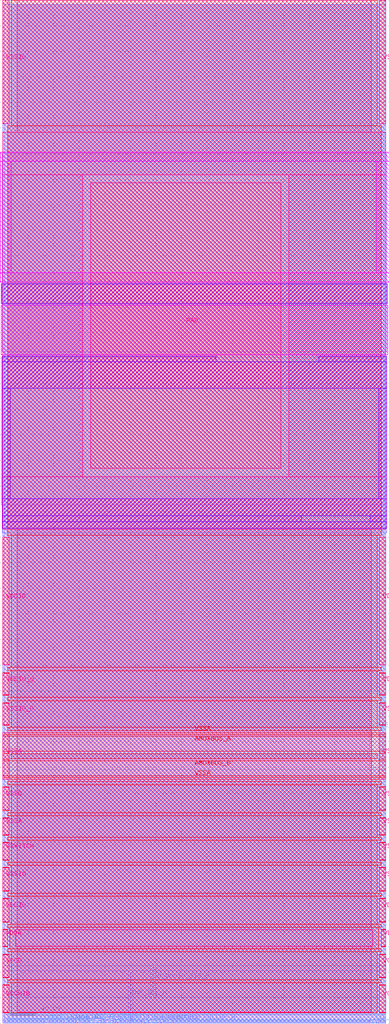
<source format=lef>
VERSION 5.7 ;
  NOWIREEXTENSIONATPIN ON ;
  DIVIDERCHAR "/" ;
  BUSBITCHARS "[]" ;
MACRO sky130_fd_io__top_xres4v2
  CLASS PAD ;
  FOREIGN sky130_fd_io__top_xres4v2 ;
  ORIGIN 0.000 0.000 ;
  SIZE 75.000 BY 200.000 ;
  SYMMETRY R90 ;
  PIN PAD_A_ESD_H
    DIRECTION INOUT ;
    USE SIGNAL ;
    PORT
      LAYER met3 ;
        RECT 17.245 0.000 18.910 0.565 ;
    END
    PORT
      LAYER met2 ;
        RECT 17.245 0.000 18.910 0.565 ;
    END
  END PAD_A_ESD_H
  PIN XRES_H_N
    DIRECTION OUTPUT ;
    USE SIGNAL ;
    PORT
      LAYER met3 ;
        RECT 28.935 0.000 29.665 0.330 ;
    END
    PORT
      LAYER met2 ;
        RECT 28.935 0.000 29.665 0.330 ;
    END
  END XRES_H_N
  PIN FILT_IN_H
    DIRECTION INPUT ;
    USE SIGNAL ;
    PORT
      LAYER met3 ;
        RECT 20.075 0.000 21.225 1.410 ;
    END
    PORT
      LAYER met2 ;
        RECT 20.075 0.000 21.225 1.410 ;
    END
  END FILT_IN_H
  PIN ENABLE_VDDIO
    DIRECTION INPUT ;
    USE SIGNAL ;
    PORT
      LAYER met3 ;
        RECT 8.400 0.000 8.920 0.330 ;
    END
    PORT
      LAYER met2 ;
        RECT 8.425 0.000 8.895 0.330 ;
    END
  END ENABLE_VDDIO
  PIN TIE_WEAK_HI_H
    DIRECTION INOUT ;
    USE SIGNAL ;
    PORT
      LAYER met3 ;
        RECT 72.190 0.000 73.260 0.330 ;
    END
    PORT
      LAYER met2 ;
        RECT 72.215 0.000 73.235 0.330 ;
    END
    PORT
      LAYER met3 ;
        RECT 72.190 49.985 73.925 64.465 ;
    END
  END TIE_WEAK_HI_H
  PIN ENABLE_H
    DIRECTION INPUT ;
    USE SIGNAL ;
    PORT
      LAYER met2 ;
        RECT 12.285 0.000 12.545 0.330 ;
    END
    PORT
      LAYER met1 ;
        RECT 12.285 0.000 12.545 0.330 ;
    END
  END ENABLE_H
  PIN PULLUP_H
    DIRECTION INOUT ;
    USE SIGNAL ;
    PORT
      LAYER met2 ;
        RECT 14.555 0.000 15.135 0.330 ;
    END
    PORT
      LAYER met1 ;
        RECT 14.555 0.000 15.135 0.330 ;
    END
  END PULLUP_H
  PIN EN_VDDIO_SIG_H
    DIRECTION INPUT ;
    USE SIGNAL ;
    PORT
      LAYER met2 ;
        RECT 22.360 0.000 22.660 0.330 ;
    END
    PORT
      LAYER met1 ;
        RECT 22.360 0.000 22.660 0.330 ;
    END
    PORT
      LAYER met2 ;
        RECT 29.320 5.360 29.580 10.980 ;
    END
  END EN_VDDIO_SIG_H
  PIN TIE_LO_ESD
    DIRECTION OUTPUT ;
    USE SIGNAL ;
    PORT
      LAYER met2 ;
        RECT 27.580 0.000 28.230 0.330 ;
    END
    PORT
      LAYER met1 ;
        RECT 27.580 0.000 28.230 0.330 ;
    END
  END TIE_LO_ESD
  PIN TIE_HI_ESD
    DIRECTION OUTPUT ;
    USE SIGNAL ;
    PORT
      LAYER met2 ;
        RECT 30.505 0.000 31.155 0.330 ;
    END
    PORT
      LAYER met1 ;
        RECT 30.505 0.000 31.155 0.330 ;
    END
  END TIE_HI_ESD
  PIN DISABLE_PULLUP_H
    DIRECTION INPUT ;
    USE SIGNAL ;
    PORT
      LAYER met2 ;
        RECT 32.760 0.000 33.020 0.330 ;
    END
    PORT
      LAYER met1 ;
        RECT 32.760 0.000 33.020 0.330 ;
    END
  END DISABLE_PULLUP_H
  PIN INP_SEL_H
    DIRECTION INPUT ;
    USE SIGNAL ;
    PORT
      LAYER met1 ;
        RECT 24.905 0.000 25.135 9.975 ;
    END
  END INP_SEL_H
  PIN VSSIO
    DIRECTION INOUT ;
    USE GROUND ;
    PORT
      LAYER met4 ;
        RECT 0.000 175.785 1.270 200.000 ;
    END
    PORT
      LAYER met4 ;
        RECT 73.730 25.835 75.000 30.485 ;
    END
    PORT
      LAYER met4 ;
        RECT 73.730 175.785 75.000 200.000 ;
    END
    PORT
      LAYER met4 ;
        RECT 0.000 25.835 1.270 30.485 ;
    END
    PORT
      LAYER met5 ;
        RECT 0.000 175.785 1.270 200.000 ;
    END
    PORT
      LAYER met5 ;
        RECT 73.730 25.935 75.000 30.385 ;
    END
    PORT
      LAYER met5 ;
        RECT 73.730 175.785 75.000 200.000 ;
    END
    PORT
      LAYER met5 ;
        RECT 0.000 25.935 1.270 30.385 ;
    END
  END VSSIO
  PIN VSSA
    DIRECTION INOUT ;
    USE GROUND ;
    PORT
      LAYER met4 ;
        RECT 73.730 36.735 75.000 40.185 ;
    END
    PORT
      LAYER met4 ;
        RECT 0.000 56.405 75.000 56.735 ;
    END
    PORT
      LAYER met4 ;
        RECT 0.000 47.735 75.000 48.065 ;
    END
    PORT
      LAYER met4 ;
        RECT 73.730 51.645 75.000 52.825 ;
    END
    PORT
      LAYER met4 ;
        RECT 0.000 36.735 1.270 40.185 ;
    END
    PORT
      LAYER met4 ;
        RECT 0.000 51.645 1.270 52.825 ;
    END
    PORT
      LAYER met5 ;
        RECT 73.730 47.735 75.000 56.735 ;
    END
    PORT
      LAYER met5 ;
        RECT 73.730 36.840 75.000 40.085 ;
    END
    PORT
      LAYER met5 ;
        RECT 0.000 36.840 1.270 40.085 ;
    END
    PORT
      LAYER met5 ;
        RECT 0.000 47.735 1.270 56.735 ;
    END
  END VSSA
  PIN VSSD
    DIRECTION INOUT ;
    USE GROUND ;
    PORT
      LAYER met4 ;
        RECT 73.730 41.585 75.000 46.235 ;
    END
    PORT
      LAYER met4 ;
        RECT 0.000 41.585 1.270 46.235 ;
    END
    PORT
      LAYER met5 ;
        RECT 73.730 41.685 75.000 46.135 ;
    END
    PORT
      LAYER met5 ;
        RECT 0.000 41.685 1.270 46.135 ;
    END
  END VSSD
  PIN AMUXBUS_B
    DIRECTION INOUT ;
    USE SIGNAL ;
    PORT
      LAYER met4 ;
        RECT 0.000 48.365 75.000 51.345 ;
    END
  END AMUXBUS_B
  PIN AMUXBUS_A
    DIRECTION INOUT ;
    USE SIGNAL ;
    PORT
      LAYER met4 ;
        RECT 0.000 53.125 75.000 56.105 ;
    END
  END AMUXBUS_A
  PIN VDDIO_Q
    DIRECTION INOUT ;
    USE POWER ;
    PORT
      LAYER met4 ;
        RECT 73.730 64.085 75.000 68.535 ;
    END
    PORT
      LAYER met4 ;
        RECT 0.000 64.085 1.270 68.535 ;
    END
    PORT
      LAYER met5 ;
        RECT 73.730 64.185 75.000 68.435 ;
    END
    PORT
      LAYER met5 ;
        RECT 0.000 64.185 1.270 68.435 ;
    END
  END VDDIO_Q
  PIN VDDIO
    DIRECTION INOUT ;
    USE POWER ;
    PORT
      LAYER met4 ;
        RECT 73.730 70.035 75.000 95.000 ;
    END
    PORT
      LAYER met4 ;
        RECT 73.730 19.785 75.000 24.435 ;
    END
    PORT
      LAYER met4 ;
        RECT 0.000 70.035 1.270 95.000 ;
    END
    PORT
      LAYER met4 ;
        RECT 0.000 19.785 1.270 24.435 ;
    END
    PORT
      LAYER met5 ;
        RECT 73.730 19.885 75.000 24.335 ;
    END
    PORT
      LAYER met5 ;
        RECT 73.730 70.035 75.000 94.985 ;
    END
    PORT
      LAYER met5 ;
        RECT 0.000 70.035 1.270 94.985 ;
    END
    PORT
      LAYER met5 ;
        RECT 0.000 19.885 1.270 24.335 ;
    END
  END VDDIO
  PIN VSWITCH
    DIRECTION INOUT ;
    USE POWER ;
    PORT
      LAYER met4 ;
        RECT 73.730 31.885 75.000 35.335 ;
    END
    PORT
      LAYER met4 ;
        RECT 0.000 31.885 1.270 35.335 ;
    END
    PORT
      LAYER met5 ;
        RECT 73.730 31.985 75.000 35.235 ;
    END
    PORT
      LAYER met5 ;
        RECT 0.000 31.985 1.270 35.235 ;
    END
  END VSWITCH
  PIN VDDA
    DIRECTION INOUT ;
    USE POWER ;
    PORT
      LAYER met4 ;
        RECT 74.035 14.935 75.000 18.385 ;
    END
    PORT
      LAYER met4 ;
        RECT 0.000 14.935 0.965 18.385 ;
    END
    PORT
      LAYER met5 ;
        RECT 74.035 15.035 75.000 18.285 ;
    END
    PORT
      LAYER met5 ;
        RECT 0.000 15.035 0.965 18.285 ;
    END
  END VDDA
  PIN VCCD
    DIRECTION INOUT ;
    USE POWER ;
    PORT
      LAYER met4 ;
        RECT 73.730 8.885 75.000 13.535 ;
    END
    PORT
      LAYER met4 ;
        RECT 0.000 8.885 1.270 13.535 ;
    END
    PORT
      LAYER met5 ;
        RECT 73.730 8.985 75.000 13.435 ;
    END
    PORT
      LAYER met5 ;
        RECT 0.000 8.985 1.270 13.435 ;
    END
  END VCCD
  PIN VCCHIB
    DIRECTION INOUT ;
    USE POWER ;
    PORT
      LAYER met4 ;
        RECT 73.730 2.035 75.000 7.485 ;
    END
    PORT
      LAYER met4 ;
        RECT 0.000 2.035 1.270 7.485 ;
    END
    PORT
      LAYER met5 ;
        RECT 73.730 2.135 75.000 7.385 ;
    END
    PORT
      LAYER met5 ;
        RECT 0.000 2.135 1.270 7.385 ;
    END
  END VCCHIB
  PIN VSSIO_Q
    DIRECTION INOUT ;
    USE GROUND ;
    PORT
      LAYER met4 ;
        RECT 73.730 58.235 75.000 62.685 ;
    END
    PORT
      LAYER met4 ;
        RECT 0.000 58.235 1.270 62.685 ;
    END
    PORT
      LAYER met5 ;
        RECT 73.730 58.335 75.000 62.585 ;
    END
    PORT
      LAYER met5 ;
        RECT 0.000 58.335 1.270 62.585 ;
    END
  END VSSIO_Q
  PIN PAD
    DIRECTION INOUT ;
    USE SIGNAL ;
    PORT
      LAYER met5 ;
        RECT 17.250 108.455 54.435 164.285 ;
    END
  END PAD
  OBS
      LAYER nwell ;
        RECT -0.515 168.515 75.620 170.210 ;
        RECT -0.515 146.690 1.675 168.515 ;
        RECT 73.095 146.690 75.620 168.515 ;
        RECT -0.515 144.880 75.620 146.690 ;
      LAYER pwell ;
        RECT -0.290 140.685 75.290 144.565 ;
      LAYER nwell ;
        RECT -0.330 130.665 75.330 140.380 ;
      LAYER pwell ;
        RECT -0.130 129.315 41.750 130.355 ;
        RECT 61.910 129.315 75.130 130.355 ;
        RECT -0.130 124.135 75.130 129.315 ;
        RECT -0.130 102.525 1.435 124.135 ;
        RECT 73.560 102.525 75.130 124.135 ;
        RECT -0.130 99.230 75.130 102.525 ;
        RECT -0.130 97.995 58.470 99.230 ;
        RECT 71.930 97.995 75.130 99.230 ;
        RECT -0.130 96.735 75.130 97.995 ;
        RECT -0.130 96.730 58.470 96.735 ;
      LAYER li1 ;
        RECT 0.000 144.435 75.000 199.220 ;
        RECT -0.160 140.815 75.160 144.435 ;
        RECT 0.000 130.225 75.000 140.815 ;
        RECT -0.265 101.395 75.000 130.225 ;
        RECT 0.000 0.185 75.000 101.395 ;
      LAYER met1 ;
        RECT 0.000 170.090 75.000 199.210 ;
        RECT -0.145 131.275 75.145 170.090 ;
        RECT 0.000 130.220 75.000 131.275 ;
        RECT -0.145 95.895 75.145 130.220 ;
        RECT 0.000 10.255 75.000 95.895 ;
        RECT 0.000 0.610 24.625 10.255 ;
        RECT 0.000 0.185 12.005 0.610 ;
        RECT 12.825 0.185 14.275 0.610 ;
        RECT 15.415 0.185 22.080 0.610 ;
        RECT 22.940 0.185 24.625 0.610 ;
        RECT 25.415 0.610 75.000 10.255 ;
        RECT 25.415 0.185 27.300 0.610 ;
        RECT 28.510 0.185 30.225 0.610 ;
        RECT 31.435 0.185 32.480 0.610 ;
        RECT 33.300 0.185 75.000 0.610 ;
      LAYER met2 ;
        RECT 0.340 11.260 74.915 199.210 ;
        RECT 0.340 5.080 29.040 11.260 ;
        RECT 29.860 5.080 74.915 11.260 ;
        RECT 0.340 1.690 74.915 5.080 ;
        RECT 0.340 0.845 19.795 1.690 ;
        RECT 0.340 0.610 16.965 0.845 ;
        RECT 0.340 0.000 8.145 0.610 ;
        RECT 9.175 0.000 12.005 0.610 ;
        RECT 12.825 0.000 14.275 0.610 ;
        RECT 15.415 0.000 16.965 0.610 ;
        RECT 19.190 0.000 19.795 0.845 ;
        RECT 21.505 0.610 74.915 1.690 ;
        RECT 21.505 0.000 22.080 0.610 ;
        RECT 22.940 0.000 27.300 0.610 ;
        RECT 28.510 0.000 28.655 0.610 ;
        RECT 29.945 0.000 30.225 0.610 ;
        RECT 31.435 0.000 32.480 0.610 ;
        RECT 33.300 0.000 71.935 0.610 ;
        RECT 73.515 0.000 74.915 0.610 ;
      LAYER met3 ;
        RECT 0.965 64.865 74.700 200.000 ;
        RECT 0.965 49.585 71.790 64.865 ;
        RECT 74.325 49.585 74.700 64.865 ;
        RECT 0.965 1.810 74.700 49.585 ;
        RECT 0.965 0.965 19.675 1.810 ;
        RECT 0.965 0.730 16.845 0.965 ;
        RECT 0.965 0.330 8.000 0.730 ;
        RECT 9.320 0.330 16.845 0.730 ;
        RECT 19.310 0.330 19.675 0.965 ;
        RECT 21.625 0.730 74.700 1.810 ;
        RECT 21.625 0.330 28.535 0.730 ;
        RECT 30.065 0.330 71.790 0.730 ;
        RECT 73.660 0.330 74.700 0.730 ;
      LAYER met4 ;
        RECT 1.670 175.385 73.330 200.000 ;
        RECT 0.965 95.400 74.035 175.385 ;
        RECT 1.670 69.635 73.330 95.400 ;
        RECT 0.965 68.935 74.035 69.635 ;
        RECT 1.670 63.685 73.330 68.935 ;
        RECT 0.965 63.085 74.035 63.685 ;
        RECT 1.670 57.835 73.330 63.085 ;
        RECT 0.965 57.135 74.035 57.835 ;
        RECT 1.670 51.745 73.330 52.725 ;
        RECT 0.965 46.635 74.035 47.335 ;
        RECT 1.670 41.185 73.330 46.635 ;
        RECT 0.965 40.585 74.035 41.185 ;
        RECT 1.670 36.335 73.330 40.585 ;
        RECT 0.965 35.735 74.035 36.335 ;
        RECT 1.670 31.485 73.330 35.735 ;
        RECT 0.965 30.885 74.035 31.485 ;
        RECT 1.670 25.435 73.330 30.885 ;
        RECT 0.965 24.835 74.035 25.435 ;
        RECT 1.670 19.385 73.330 24.835 ;
        RECT 0.965 18.785 74.035 19.385 ;
        RECT 1.365 14.535 73.635 18.785 ;
        RECT 0.965 13.935 74.035 14.535 ;
        RECT 1.670 8.485 73.330 13.935 ;
        RECT 0.965 7.885 74.035 8.485 ;
        RECT 1.670 2.035 73.330 7.885 ;
      LAYER met5 ;
        RECT 2.870 174.185 72.130 200.000 ;
        RECT 0.000 165.885 75.000 174.185 ;
        RECT 0.000 106.855 15.650 165.885 ;
        RECT 56.035 106.855 75.000 165.885 ;
        RECT 0.000 96.585 75.000 106.855 ;
        RECT 2.870 18.285 72.130 96.585 ;
        RECT 2.565 15.035 72.435 18.285 ;
        RECT 2.870 2.135 72.130 15.035 ;
  END
END sky130_fd_io__top_xres4v2
END LIBRARY


</source>
